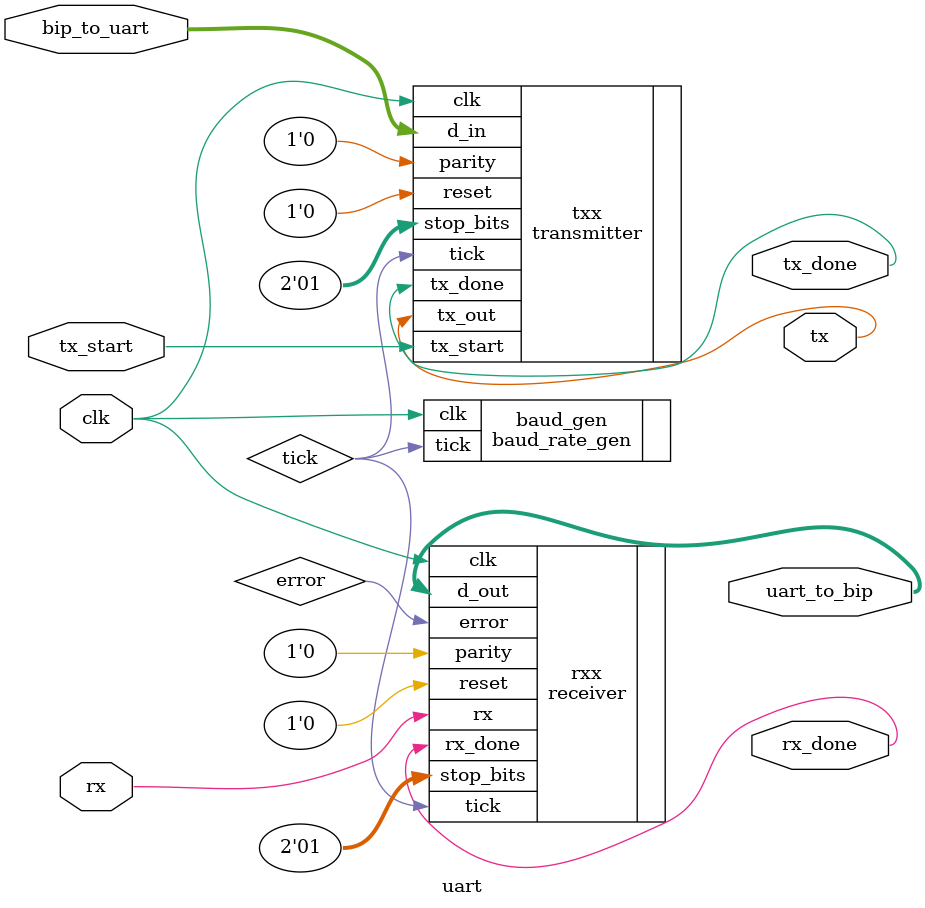
<source format=v>
`timescale 1ns / 1ps
module uart(
	input clk,
	input rx,
	input tx_start,
	input [7:0]bip_to_uart,
	output [7:0]uart_to_bip,
	output tx,
	output rx_done,
	output tx_done
    );
	
wire tick;
parameter parity 		= 1'b0;
parameter stop_bits 	= 2'b01;
parameter reset 		= 1'b0;
wire error;

	 
transmitter txx(
	 .reset(reset),
    .tx_start(tx_start),
    .clk(clk),
    .tick(tick),
    .parity(parity),
	 .stop_bits(stop_bits),
    .d_in(bip_to_uart),
    .tx_done(tx_done),
    .tx_out(tx)
    );

baud_rate_gen baud_gen(
    .clk(clk),
    .tick(tick)
);

receiver rxx(
	 .reset(reset),
	 .rx(rx),
    .clk(clk),
    .tick(tick),
    .parity(parity),
	 .stop_bits(stop_bits),
    .d_out(uart_to_bip),
    .rx_done(rx_done),
	 .error(error)
    );

endmodule

</source>
